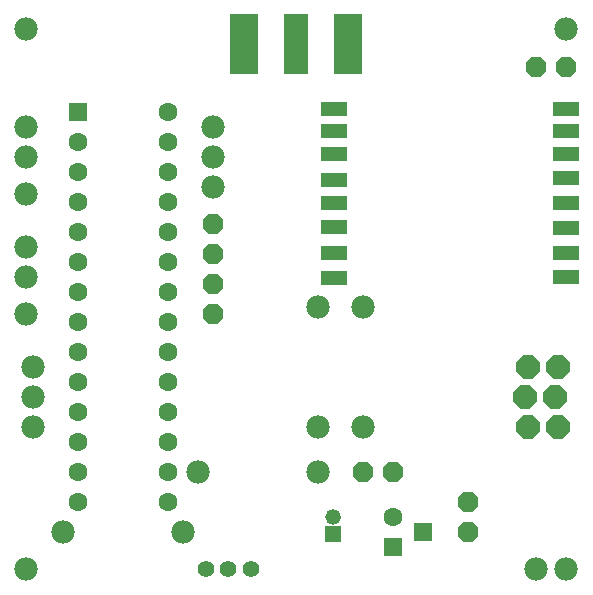
<source format=gts>
G75*
%MOIN*%
%OFA0B0*%
%FSLAX24Y24*%
%IPPOS*%
%LPD*%
%AMOC8*
5,1,8,0,0,1.08239X$1,22.5*
%
%ADD10R,0.0900X0.0460*%
%ADD11C,0.0555*%
%ADD12OC8,0.0780*%
%ADD13C,0.0780*%
%ADD14R,0.0630X0.0630*%
%ADD15C,0.0630*%
%ADD16R,0.0520X0.0520*%
%ADD17C,0.0520*%
%ADD18OC8,0.0670*%
%ADD19R,0.0790X0.2040*%
%ADD20R,0.0940X0.2040*%
D10*
X011693Y011643D03*
X011693Y012481D03*
X011693Y013331D03*
X011693Y014118D03*
X011693Y014905D03*
X011693Y015755D03*
X011693Y016543D03*
X011693Y017268D03*
X019430Y017268D03*
X019430Y016543D03*
X019430Y015755D03*
X019430Y014968D03*
X019430Y014118D03*
X019430Y013293D03*
X019430Y012456D03*
X019430Y011668D03*
D11*
X008930Y001930D03*
X008180Y001930D03*
X007430Y001930D03*
D12*
X018080Y007680D03*
X018180Y006680D03*
X019180Y006680D03*
X019080Y007680D03*
X019180Y008680D03*
X018180Y008680D03*
D13*
X001430Y001930D03*
X002680Y003180D03*
X001680Y006680D03*
X001680Y007680D03*
X001680Y008680D03*
X001430Y010430D03*
X001430Y011680D03*
X001430Y012680D03*
X001430Y014430D03*
X001430Y015680D03*
X001430Y016680D03*
X001430Y019930D03*
X007680Y016680D03*
X007680Y015680D03*
X007680Y014680D03*
X011180Y010680D03*
X012680Y010680D03*
X012680Y006680D03*
X011180Y006680D03*
X011180Y005180D03*
X007180Y005180D03*
X006680Y003180D03*
X018430Y001930D03*
X019430Y001930D03*
X010430Y019430D03*
X019430Y019930D03*
D14*
X014680Y003180D03*
X013680Y002680D03*
X003180Y017180D03*
D15*
X003180Y016180D03*
X003180Y015180D03*
X003180Y014180D03*
X003180Y013180D03*
X003180Y012180D03*
X003180Y011180D03*
X003180Y010180D03*
X003180Y009180D03*
X003180Y008180D03*
X003180Y007180D03*
X003180Y006180D03*
X003180Y005180D03*
X003180Y004180D03*
X006180Y004180D03*
X006180Y005180D03*
X006180Y006180D03*
X006180Y007180D03*
X006180Y008180D03*
X006180Y009180D03*
X006180Y010180D03*
X006180Y011180D03*
X006180Y012180D03*
X006180Y013180D03*
X006180Y014180D03*
X006180Y015180D03*
X006180Y016180D03*
X006180Y017180D03*
X013680Y003680D03*
D16*
X011680Y003090D03*
D17*
X011680Y003680D03*
D18*
X012680Y005180D03*
X013680Y005180D03*
X016180Y004180D03*
X016180Y003180D03*
X007680Y010430D03*
X007680Y011430D03*
X007680Y012430D03*
X007680Y013430D03*
X018430Y018680D03*
X019430Y018680D03*
D19*
X010430Y019420D03*
D20*
X008690Y019420D03*
X012170Y019420D03*
M02*

</source>
